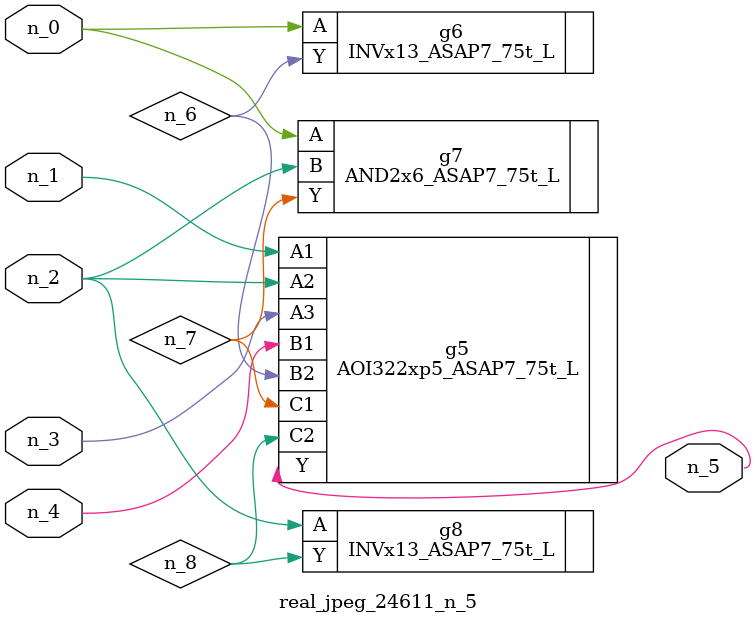
<source format=v>
module real_jpeg_24611_n_5 (n_4, n_0, n_1, n_2, n_3, n_5);

input n_4;
input n_0;
input n_1;
input n_2;
input n_3;

output n_5;

wire n_8;
wire n_6;
wire n_7;

INVx13_ASAP7_75t_L g6 ( 
.A(n_0),
.Y(n_6)
);

AND2x6_ASAP7_75t_L g7 ( 
.A(n_0),
.B(n_2),
.Y(n_7)
);

AOI322xp5_ASAP7_75t_L g5 ( 
.A1(n_1),
.A2(n_2),
.A3(n_3),
.B1(n_4),
.B2(n_6),
.C1(n_7),
.C2(n_8),
.Y(n_5)
);

INVx13_ASAP7_75t_L g8 ( 
.A(n_2),
.Y(n_8)
);


endmodule
</source>
